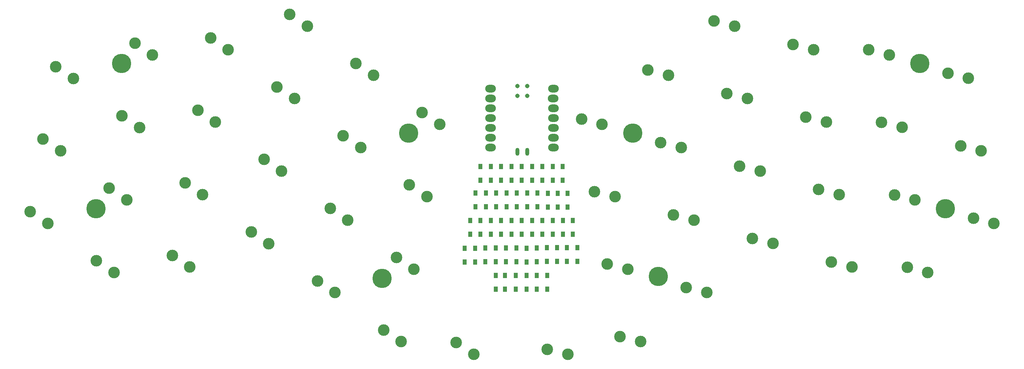
<source format=gbr>
%TF.GenerationSoftware,KiCad,Pcbnew,7.0.5*%
%TF.CreationDate,2023-10-19T00:16:17+09:00*%
%TF.ProjectId,keyboard_011 rev.2.0,6b657962-6f61-4726-945f-303131207265,Rev.2.0*%
%TF.SameCoordinates,Original*%
%TF.FileFunction,Soldermask,Top*%
%TF.FilePolarity,Negative*%
%FSLAX46Y46*%
G04 Gerber Fmt 4.6, Leading zero omitted, Abs format (unit mm)*
G04 Created by KiCad (PCBNEW 7.0.5) date 2023-10-19 00:16:17*
%MOMM*%
%LPD*%
G01*
G04 APERTURE LIST*
%ADD10C,3.000000*%
%ADD11R,1.000000X1.400000*%
%ADD12C,5.000000*%
%ADD13O,2.748280X1.998980*%
%ADD14O,1.016000X2.032000*%
%ADD15C,1.143000*%
G04 APERTURE END LIST*
D10*
%TO.C,SW42*%
X90663459Y-15301830D03*
X95969524Y-16600166D03*
%TD*%
%TO.C,SW41*%
X67113463Y-13555548D03*
X71655476Y-16590366D03*
%TD*%
%TO.C,SW47*%
X183649459Y5933670D03*
X188955524Y4635334D03*
%TD*%
%TO.C,SW46*%
X164059459Y7323670D03*
X169365524Y6025334D03*
%TD*%
%TO.C,SW45*%
X143639459Y13393670D03*
X148945524Y12095334D03*
%TD*%
%TO.C,SW44*%
X126539459Y703670D03*
X131845524Y-594666D03*
%TD*%
%TO.C,SW43*%
X109458459Y-11954030D03*
X114764524Y-13252366D03*
%TD*%
%TO.C,SW40*%
X48352763Y-10261048D03*
X52894776Y-13295866D03*
%TD*%
%TO.C,SW39*%
X31253063Y2434952D03*
X35795076Y-599866D03*
%TD*%
%TO.C,SW38*%
X14146663Y15121852D03*
X18688676Y12087034D03*
%TD*%
%TO.C,SW37*%
X-6266937Y9044952D03*
X-1724924Y6010134D03*
%TD*%
%TO.C,SW36*%
X-25856937Y7674952D03*
X-21314924Y4640134D03*
%TD*%
%TO.C,SW35*%
X200749459Y18623670D03*
X206055524Y17325334D03*
%TD*%
%TO.C,SW34*%
X180335859Y24690470D03*
X185641924Y23392134D03*
%TD*%
%TO.C,SW33*%
X160749459Y26083670D03*
X166055524Y24785334D03*
%TD*%
%TO.C,SW32*%
X140339459Y32153670D03*
X145645524Y30855334D03*
%TD*%
%TO.C,SW31*%
X123229459Y19463670D03*
X128535524Y18165334D03*
%TD*%
%TO.C,SW30*%
X106119459Y6783670D03*
X111425524Y5485334D03*
%TD*%
%TO.C,SW29*%
X51663063Y8504952D03*
X56205076Y5470134D03*
%TD*%
%TO.C,SW28*%
X34563063Y21194952D03*
X39105076Y18160134D03*
%TD*%
%TO.C,SW27*%
X17453063Y33884952D03*
X21995076Y30850134D03*
%TD*%
%TO.C,SW26*%
X-2963337Y27811852D03*
X1578676Y24777034D03*
%TD*%
%TO.C,SW25*%
X-22546937Y26424952D03*
X-18004924Y23390134D03*
%TD*%
%TO.C,SW24*%
X-42966937Y20354952D03*
X-38424924Y17320134D03*
%TD*%
%TO.C,SW23*%
X197439459Y37383670D03*
X202745524Y36085334D03*
%TD*%
%TO.C,SW22*%
X177019459Y43453670D03*
X182325524Y42155334D03*
%TD*%
%TO.C,SW21*%
X157439459Y44843670D03*
X162745524Y43545334D03*
%TD*%
%TO.C,SW20*%
X137029459Y50913670D03*
X142335524Y49615334D03*
%TD*%
%TO.C,SW19*%
X119919459Y38233670D03*
X125225524Y36935334D03*
%TD*%
%TO.C,SW18*%
X102809459Y25533670D03*
X108115524Y24235334D03*
%TD*%
%TO.C,SW17*%
X54976663Y27281752D03*
X59518676Y24246934D03*
%TD*%
%TO.C,SW16*%
X37866663Y39961852D03*
X42408676Y36927034D03*
%TD*%
%TO.C,SW15*%
X20763063Y52644952D03*
X25305076Y49610134D03*
%TD*%
%TO.C,SW14*%
X343063Y46574952D03*
X4885076Y43540134D03*
%TD*%
%TO.C,SW13*%
X-19236937Y45184952D03*
X-14694924Y42150134D03*
%TD*%
%TO.C,SW12*%
X-39656937Y39114952D03*
X-35114924Y36080134D03*
%TD*%
%TO.C,SW11*%
X194135859Y56150470D03*
X199441924Y54852134D03*
%TD*%
%TO.C,SW10*%
X173719459Y62223670D03*
X179025524Y60925334D03*
%TD*%
%TO.C,SW9*%
X154129459Y63593670D03*
X159435524Y62295334D03*
%TD*%
%TO.C,SW8*%
X133719459Y69673670D03*
X139025524Y68375334D03*
%TD*%
%TO.C,SW7*%
X116605859Y56980470D03*
X121911924Y55682134D03*
%TD*%
%TO.C,SW6*%
X99499459Y44293670D03*
X104805524Y42995334D03*
%TD*%
%TO.C,SW5*%
X58283063Y46024952D03*
X62825076Y42990134D03*
%TD*%
%TO.C,SW4*%
X41183063Y58714952D03*
X45725076Y55680134D03*
%TD*%
%TO.C,SW3*%
X24073063Y71404952D03*
X28615076Y68370134D03*
%TD*%
%TO.C,SW2*%
X3653063Y65334952D03*
X8195076Y62300134D03*
%TD*%
%TO.C,SW1*%
X-15926937Y63944952D03*
X-11384924Y60910134D03*
%TD*%
%TO.C,SW0*%
X-36346937Y57874952D03*
X-31804924Y54840134D03*
%TD*%
D11*
%TO.C,D47*%
X90592900Y292700D03*
X90592900Y3842700D03*
%TD*%
%TO.C,D36*%
X85302200Y7293000D03*
X85302200Y10843000D03*
%TD*%
%TO.C,D27*%
X92030100Y14516700D03*
X92030100Y18066700D03*
%TD*%
%TO.C,D5*%
X86696100Y28486700D03*
X86696100Y32036700D03*
%TD*%
%TO.C,D44*%
X82508200Y292700D03*
X82508200Y3842700D03*
%TD*%
%TO.C,D8*%
X94570100Y28486700D03*
X94570100Y32036700D03*
%TD*%
%TO.C,D29*%
X97237100Y14516700D03*
X97237100Y18066700D03*
%TD*%
%TO.C,D18*%
X95840100Y21505600D03*
X95840100Y25055600D03*
%TD*%
%TO.C,D32*%
X74631100Y7404700D03*
X74631100Y10954700D03*
%TD*%
%TO.C,D45*%
X85302200Y292700D03*
X85302200Y3842700D03*
%TD*%
%TO.C,D40*%
X95706900Y7497700D03*
X95706900Y11047700D03*
%TD*%
%TO.C,D37*%
X87876300Y7401700D03*
X87876300Y10951700D03*
%TD*%
%TO.C,D0*%
X73361100Y28486700D03*
X73361100Y32036700D03*
%TD*%
%TO.C,D10*%
X74758100Y21628700D03*
X74758100Y25178700D03*
%TD*%
%TO.C,D21*%
X76028100Y14512900D03*
X76028100Y18062900D03*
%TD*%
%TO.C,D39*%
X93167000Y7449700D03*
X93167000Y10999700D03*
%TD*%
%TO.C,D24*%
X84029100Y14516700D03*
X84029100Y18066700D03*
%TD*%
%TO.C,D42*%
X77298100Y292700D03*
X77298100Y3842700D03*
%TD*%
%TO.C,D6*%
X89363100Y28486800D03*
X89363100Y32036800D03*
%TD*%
%TO.C,D25*%
X86696100Y14516700D03*
X86696100Y18066700D03*
%TD*%
%TO.C,D31*%
X71964100Y7321900D03*
X71964100Y10871900D03*
%TD*%
%TO.C,D14*%
X85426100Y21628700D03*
X85426100Y25178700D03*
%TD*%
%TO.C,D38*%
X90499900Y7449700D03*
X90499900Y10999700D03*
%TD*%
%TO.C,D9*%
X72091100Y21628700D03*
X72091100Y25178700D03*
%TD*%
%TO.C,D30*%
X69297100Y7321900D03*
X69297100Y10871900D03*
%TD*%
%TO.C,D22*%
X78695100Y14512900D03*
X78695100Y18062900D03*
%TD*%
%TO.C,D23*%
X81362100Y14512900D03*
X81362100Y18062900D03*
%TD*%
%TO.C,D4*%
X84029100Y28486700D03*
X84029100Y32036700D03*
%TD*%
%TO.C,D43*%
X79714200Y292700D03*
X79714200Y3842700D03*
%TD*%
%TO.C,D46*%
X87876300Y292700D03*
X87876300Y3842700D03*
%TD*%
%TO.C,D35*%
X82632100Y7404700D03*
X82632100Y10954700D03*
%TD*%
%TO.C,D28*%
X94697100Y14516700D03*
X94697100Y18066700D03*
%TD*%
%TO.C,D26*%
X89363100Y14516700D03*
X89363100Y18066700D03*
%TD*%
%TO.C,D2*%
X78695100Y28486800D03*
X78695100Y32036800D03*
%TD*%
%TO.C,D1*%
X76028100Y28486800D03*
X76028100Y32036800D03*
%TD*%
%TO.C,D34*%
X79965100Y7404800D03*
X79965100Y10954800D03*
%TD*%
%TO.C,D20*%
X73361100Y14512900D03*
X73361100Y18062900D03*
%TD*%
%TO.C,D12*%
X80092100Y21628700D03*
X80092100Y25178700D03*
%TD*%
%TO.C,D33*%
X77298100Y7404700D03*
X77298100Y10954700D03*
%TD*%
%TO.C,D3*%
X81362100Y28486700D03*
X81362100Y32036700D03*
%TD*%
%TO.C,D41*%
X98374000Y7497700D03*
X98374000Y11047700D03*
%TD*%
%TO.C,D11*%
X77425100Y21628700D03*
X77425100Y25178700D03*
%TD*%
%TO.C,D13*%
X82759100Y21628700D03*
X82759100Y25178700D03*
%TD*%
%TO.C,D17*%
X93300100Y21505600D03*
X93300100Y25055600D03*
%TD*%
%TO.C,D7*%
X92030100Y28486700D03*
X92030100Y32036700D03*
%TD*%
%TO.C,D19*%
X70694100Y14512900D03*
X70694100Y18062900D03*
%TD*%
%TO.C,D16*%
X90760100Y21505600D03*
X90760100Y25055600D03*
%TD*%
%TO.C,D15*%
X88093100Y21628800D03*
X88093100Y25178800D03*
%TD*%
D12*
%TO.C,H6*%
X193506200Y21117800D03*
%TD*%
%TO.C,H4*%
X-25949800Y21117700D03*
%TD*%
%TO.C,H1*%
X54822200Y40675700D03*
%TD*%
%TO.C,H7*%
X119338200Y3591700D03*
%TD*%
%TO.C,H3*%
X186902200Y58709700D03*
%TD*%
%TO.C,H2*%
X112734200Y40675700D03*
%TD*%
%TO.C,H0*%
X-19345800Y58709700D03*
%TD*%
D13*
%TO.C,U0*%
X76018700Y52153800D03*
X76018700Y49613800D03*
X76018700Y47073800D03*
X76018700Y44533800D03*
X76018700Y41993800D03*
X76018700Y39453800D03*
X76018700Y36913800D03*
X92207900Y36913800D03*
X92207900Y39453800D03*
X92207900Y41993800D03*
X92207900Y44533800D03*
X92207900Y47073800D03*
X92182500Y49613800D03*
X92207900Y52153800D03*
D14*
X82897900Y35843600D03*
X85447900Y35843600D03*
D15*
X82896703Y52847787D03*
X85436703Y52847787D03*
X82896703Y50307787D03*
X85436703Y50307787D03*
%TD*%
D12*
%TO.C,H5*%
X47964200Y3083700D03*
%TD*%
M02*

</source>
